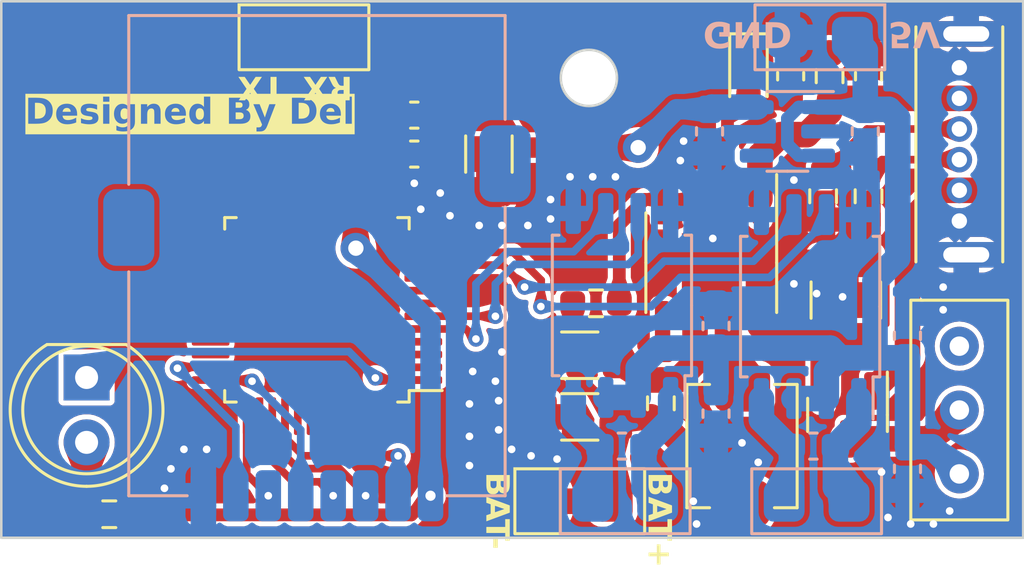
<source format=kicad_pcb>
(kicad_pcb (version 20221018) (generator pcbnew)
  (layers (0 "F.Cu" signal) (31 "B.Cu" signal) (34 "B.Paste" user) (35 "F.Paste" user) (36 "B.SilkS" user "B.Silkscreen") (37 "F.SilkS" user "F.Silkscreen") (38 "B.Mask" user) (39 "F.Mask" user) (44 "Edge.Cuts" user))
  (net 0 "")
  (net 1 "GND")
  (net 2 "+BATT")
  (net 3 "+5V")
  (net 4 "Net-(C2-Pad2)")
  (net 5 "+5VD")
  (net 6 "Net-(M1-+)")
  (net 7 "Net-(M1--)")
  (net 8 "VBUS")
  (net 9 "Net-(M2-+)")
  (net 10 "Net-(M2--)")
  (net 11 "Net-(U5-UCap)")
  (net 12 "+3.3V")
  (net 13 "Net-(U3-BAT)")
  (net 14 "Net-(SW3-B)")
  (net 15 "/LED")
  (net 16 "Net-(D2-A)")
  (net 17 "Net-(D3-A)")
  (net 18 "/TX")
  (net 19 "/RX")
  (net 20 "Net-(U3-SW)")
  (net 21 "Net-(USB1-CC1)")
  (net 22 "Net-(USB1-CC2)")
  (net 23 "Net-(U3-LED2)")
  (net 26 "/PWM1P")
  (net 27 "/PWM1N")
  (net 29 "/PWM4P")
  (net 30 "/PWM4N")
  (net 54 "/RF24_IRQ")
  (net 55 "/RF24_MOSI")
  (net 56 "/RF24_MISO")
  (net 57 "/RF24_SCK")
  (net 58 "/RF24_CSN")
  (net 59 "/RF24_CE")
  (footprint "ADel:TYPE-C_6P_Vertical" (layer "F.Cu") (at 79.5 101.6 -90)
    (fp_text reference "USB1" hide)
    (fp_text value "TYPE-C" hide)
    (pad "A5" thru_hole circle (at -0.6 0 270) (size 1 1) (drill 0.6) (layers "*.Cu" "*.Mask") (net 21 "Net-(USB1-CC1)"))
    (pad "A9" thru_hole circle (at 1.8 0 270) (size 1 1) (drill 0.6) (layers "*.Cu" "*.Mask") (net 8 "VBUS"))
    (pad "A12" thru_hole circle (at 3 0 270) (size 1 1) (drill 0.6) (layers "*.Cu" "*.Mask") (net 1 "GND"))
    (pad "B5" thru_hole circle (at 0.6 0 270) (size 1 1) (drill 0.6) (layers "*.Cu" "*.Mask") (net 22 "Net-(USB1-CC2)"))
    (pad "B9" thru_hole circle (at -1.8 0 270) (size 1 1) (drill 0.6) (layers "*.Cu" "*.Mask") (net 8 "VBUS"))
    (pad "B12" thru_hole circle (at -3 0 270) (size 1 1) (drill 0.6) (layers "*.Cu" "*.Mask") (net 1 "GND"))
    (pad "MP" thru_hole oval (at -4.3225 -0.27 270) (size 1 2.2) (drill oval 0.6 1.8) (layers "*.Cu" "*.Mask") (net 1 "GND"))
    (pad "MP" thru_hole oval (at 4.3225 -0.27 270) (size 1 2.2) (drill oval 0.6 1.8) (layers "*.Cu" "*.Mask") (net 1 "GND"))
  )
  (footprint "Capacitor_SMD:C_1206_3216Metric" (layer "F.Cu") (at 64.643 112.268 180)
    (fp_text reference "C11" hide)
    (fp_text value "22uF" hide)
    (pad "1" smd roundrect (at -1.475 0 180) (size 1.15 1.8) (layers "F.Cu" "F.Paste" "F.Mask") (roundrect_rratio 0.2173913043) (net 2 "+BATT"))
    (pad "2" smd roundrect (at 1.475 0 180) (size 1.15 1.8) (layers "F.Cu" "F.Paste" "F.Mask") (roundrect_rratio 0.2173913043) (net 1 "GND"))
  )
  (footprint "ADel:SWITCH_TOGGLE_2.5mm_3P" (layer "F.Cu") (at 79.5 112 90)
    (fp_text reference "SW3" hide)
    (fp_text value "SW_SPDT" hide)
    (pad "1" thru_hole circle (at -2.5 0 90) (size 1.524 1.524) (drill 0.762) (layers "*.Cu" "*.Mask") (net 5 "+5VD"))
    (pad "2" thru_hole circle (at 0 0 90) (size 1.524 1.524) (drill 0.762) (layers "*.Cu" "*.Mask") (net 14 "Net-(SW3-B)"))
    (pad "3" thru_hole circle (at 2.5 0 90) (size 1.524 1.524) (drill 0.762) (layers "*.Cu" "*.Mask"))
  )
  (footprint "Resistor_SMD:R_0603_1608Metric_Pad0.98x0.95mm_HandSolder" (layer "F.Cu") (at 74.168 103.632 -90)
    (fp_text reference "R2" hide)
    (fp_text value "5K1" hide)
    (pad "1" smd roundrect (at -0.9125 0 270) (size 0.975 0.95) (layers "F.Cu" "F.Paste" "F.Mask") (net 21 "Net-(USB1-CC1)"))
    (pad "2" smd roundrect (at 0.9125 0 270) (size 0.975 0.95) (layers "F.Cu" "F.Paste" "F.Mask") (net 1 "GND"))
  )
  (footprint "Capacitor_SMD:C_0603_1608Metric_Pad1.08x0.95mm_HandSolder" (layer "F.Cu") (at 75.946 98.933 -90)
    (fp_text reference "C7" hide)
    (fp_text value "10uF" hide)
    (pad "1" smd roundrect (at -0.8625 0 270) (size 1.075 0.95) (layers "F.Cu" "F.Paste" "F.Mask") (net 1 "GND"))
    (pad "2" smd roundrect (at 0.8625 0 270) (size 1.075 0.95) (layers "F.Cu" "F.Paste" "F.Mask") (net 8 "VBUS"))
  )
  (footprint "Capacitor_SMD:C_1206_3216Metric" (layer "F.Cu") (at 61.087 101.981 -90)
    (fp_text reference "C13" hide)
    (fp_text value "22uF" hide)
    (pad "1" smd roundrect (at -1.475 0 270) (size 1.15 1.8) (layers "F.Cu" "F.Paste" "F.Mask") (roundrect_rratio 0.2173913043) (net 12 "+3.3V"))
    (pad "2" smd roundrect (at 1.475 0 270) (size 1.15 1.8) (layers "F.Cu" "F.Paste" "F.Mask") (roundrect_rratio 0.2173913043) (net 1 "GND"))
  )
  (footprint "Resistor_SMD:R_0603_1608Metric_Pad0.98x0.95mm_HandSolder" (layer "F.Cu") (at 67.818 111.7365 90)
    (fp_text reference "R12" hide)
    (fp_text value "0.5R" hide)
    (pad "1" smd roundrect (at -0.9125 0 90) (size 0.975 0.95) (layers "F.Cu" "F.Paste" "F.Mask") (net 2 "+BATT"))
    (pad "2" smd roundrect (at 0.9125 0 90) (size 0.975 0.95) (layers "F.Cu" "F.Paste" "F.Mask") (net 13 "Net-(U3-BAT)"))
  )
  (footprint "Resistor_SMD:R_0603_1608Metric_Pad0.98x0.95mm_HandSolder" (layer "F.Cu") (at 65.278 107.823 180)
    (fp_text reference "R13" hide)
    (fp_text value "1K" hide)
    (pad "1" smd roundrect (at -0.9125 0 180) (size 0.975 0.95) (layers "F.Cu" "F.Paste" "F.Mask") (net 23 "Net-(U3-LED2)"))
    (pad "2" smd roundrect (at 0.9125 0 180) (size 0.975 0.95) (layers "F.Cu" "F.Paste" "F.Mask") (net 2 "+BATT"))
  )
  (footprint "ADel:IND0420" (layer "F.Cu") (at 70.993 113.411 -90)
    (fp_text reference "L1" hide)
    (fp_text value "1uH" hide)
    (pad "1" smd roundrect (at -2.25 0 270) (size 1.8 2.2) (layers "F.Cu" "F.Paste" "F.Mask") (net 20 "Net-(U3-SW)"))
    (pad "2" smd roundrect (at 2.25 0 270) (size 1.8 2.2) (layers "F.Cu" "F.Paste" "F.Mask") (net 2 "+BATT"))
  )
  (footprint "Resistor_SMD:R_0603_1608Metric_Pad0.98x0.95mm_HandSolder" (layer "F.Cu") (at 46.228 116.078)
    (fp_text reference "R1" hide)
    (fp_text value "2.2K" hide)
    (pad "1" smd roundrect (at -0.9125 0) (size 0.975 0.95) (layers "F.Cu" "F.Paste" "F.Mask") (net 16 "Net-(D2-A)"))
    (pad "2" smd roundrect (at 0.9125 0) (size 0.975 0.95) (layers "F.Cu" "F.Paste" "F.Mask") (net 12 "+3.3V"))
  )
  (footprint "LED_SMD:LED_0603_1608Metric_Pad1.05x0.95mm_HandSolder" (layer "F.Cu") (at 71.247 98.933 -90)
    (fp_text reference "D3" hide)
    (fp_text value "25%" hide)
    (pad "1" smd roundrect (at -0.875 0 270) (size 1.05 0.95) (layers "F.Cu" "F.Paste" "F.Mask") (net 1 "GND"))
    (pad "2" smd roundrect (at 0.875 0 270) (size 1.05 0.95) (layers "F.Cu" "F.Paste" "F.Mask") (net 17 "Net-(D3-A)"))
  )
  (footprint "ADel:PAD_2P_P2.54mm" (layer "F.Cu") (at 63.373 115.57)
    (fp_text reference "BT2" hide)
    (fp_text value "Battery_Cell" hide)
    (pad "1" smd roundrect (at 0 0) (size 1.6 1.6) (layers "F.Cu" "F.Paste" "F.Mask") (net 1 "GND"))
    (pad "2" smd roundrect (at 2.54 0) (size 1.6 1.6) (layers "F.Cu" "F.Paste" "F.Mask") (net 2 "+BATT"))
  )
  (footprint "Package_SO:HSOP-8-1EP_3.9x4.9mm_P1.27mm_EP2.3x2.3mm" (layer "F.Cu") (at 69.79 106.232 -90)
    (fp_text reference "U3" hide)
    (fp_text value "IP5306" hide)
    (pad "1" smd roundrect (at -2.475 -1.905 270) (size 1.95 0.6) (layers "F.Cu" "F.Paste" "F.Mask") (net 8 "VBUS"))
    (pad "2" smd roundrect (at -2.475 -0.635 270) (size 1.95 0.6) (layers "F.Cu" "F.Paste" "F.Mask") (net 17 "Net-(D3-A)"))
    (pad "3" smd roundrect (at -2.475 0.635 270) (size 1.95 0.6) (layers "F.Cu" "F.Paste" "F.Mask") (net 23 "Net-(U3-LED2)"))
    (pad "4" smd roundrect (at -2.475 1.905 270) (size 1.95 0.6) (layers "F.Cu" "F.Paste" "F.Mask") (net 23 "Net-(U3-LED2)"))
    (pad "5" smd roundrect (at 2.475 1.905 270) (size 1.95 0.6) (layers "F.Cu" "F.Paste" "F.Mask"))
    (pad "6" smd roundrect (at 2.475 0.635 270) (size 1.95 0.6) (layers "F.Cu" "F.Paste" "F.Mask") (net 13 "Net-(U3-BAT)"))
    (pad "7" smd roundrect (at 2.475 -0.635 270) (size 1.95 0.6) (layers "F.Cu" "F.Paste" "F.Mask") (net 20 "Net-(U3-SW)"))
    (pad "8" smd roundrect (at 2.475 -1.905 270) (size 1.95 0.6) (layers "F.Cu" "F.Paste" "F.Mask") (net 3 "+5V"))
    (pad "9" smd rect (at 0 0 270) (size 2.3 2.3) (layers "F.Cu" "F.Mask") (net 1 "GND"))
  )
  (footprint "Resistor_SMD:R_0603_1608Metric_Pad0.98x0.95mm_HandSolder" (layer "F.Cu") (at 75.946 103.632 -90)
    (fp_text reference "R3" hide)
    (fp_text value "5K1" hide)
    (pad "1" smd roundrect (at -0.9125 0 270) (size 0.975 0.95) (layers "F.Cu" "F.Paste" "F.Mask") (net 22 "Net-(USB1-CC2)"))
    (pad "2" smd roundrect (at 0.9125 0 270) (size 0.975 0.95) (layers "F.Cu" "F.Paste" "F.Mask") (net 1 "GND"))
  )
  (footprint "ADel:PAD_2P_P2.54mm" (layer "F.Cu") (at 52.578 97.409)
    (fp_text reference "J2" hide)
    (fp_text value "Conn_01x02_Pin" hide)
    (pad "1" smd roundrect (at 0 0) (size 1.6 1.6) (layers "F.Cu" "F.Paste" "F.Mask") (net 18 "/TX"))
    (pad "2" smd roundrect (at 2.54 0) (size 1.6 1.6) (layers "F.Cu" "F.Paste" "F.Mask") (net 19 "/RX"))
  )
  (footprint "Capacitor_SMD:C_0603_1608Metric_Pad1.08x0.95mm_HandSolder" (layer "F.Cu") (at 58.166 100.457)
    (fp_text reference "C14" hide)
    (fp_text value "100nF" hide)
    (pad "1" smd roundrect (at -0.8625 0) (size 1.075 0.95) (layers "F.Cu" "F.Paste" "F.Mask") (net 12 "+3.3V"))
    (pad "2" smd roundrect (at 0.8625 0) (size 1.075 0.95) (layers "F.Cu" "F.Paste" "F.Mask") (net 1 "GND"))
  )
  (footprint "Package_TO_SOT_SMD:SOT-23" (layer "F.Cu") (at 75.123 112.1895 -90)
    (fp_text reference "D1" hide)
    (fp_text value "BAT54C" hide)
    (pad "1" smd roundrect (at -0.9375 -0.95 270) (size 1.475 0.6) (layers "F.Cu" "F.Paste" "F.Mask") (net 8 "VBUS"))
    (pad "2" smd roundrect (at -0.9375 0.95 270) (size 1.475 0.6) (layers "F.Cu" "F.Paste" "F.Mask") (net 3 "+5V"))
    (pad "3" smd roundrect (at 0.9375 0 270) (size 1.475 0.6) (layers "F.Cu" "F.Paste" "F.Mask") (net 14 "Net-(SW3-B)"))
  )
  (footprint "Package_QFP:LQFP-48_7x7mm_P0.5mm" (layer "F.Cu") (at 54.356 108.077 180)
    (fp_text reference "U5" hide)
    (fp_text value "STC32G12K128" hide)
    (pad "1" smd roundrect (at -4.1625 -2.75 180) (size 1.475 0.3) (layers "F.Cu" "F.Paste" "F.Mask") (net 15 "/LED"))
    (pad "2" smd roundrect (at -4.1625 -2.25 180) (size 1.475 0.3) (layers "F.Cu" "F.Paste" "F.Mask"))
    (pad "3" smd roundrect (at -4.1625 -1.75 180) (size 1.475 0.3) (layers "F.Cu" "F.Paste" "F.Mask"))
    (pad "4" smd roundrect (at -4.1625 -1.25 180) (size 1.475 0.3) (layers "F.Cu" "F.Paste" "F.Mask"))
    (pad "5" smd roundrect (at -4.1625 -0.75 180) (size 1.475 0.3) (layers "F.Cu" "F.Paste" "F.Mask") (net 26 "/PWM1P"))
    (pad "6" smd roundrect (at -4.1625 -0.25 180) (size 1.475 0.3) (layers "F.Cu" "F.Paste" "F.Mask") (net 27 "/PWM1N"))
    (pad "7" smd roundrect (at -4.1625 0.25 180) (size 1.475 0.3) (layers "F.Cu" "F.Paste" "F.Mask"))
    (pad "8" smd roundrect (at -4.1625 0.75 180) (size 1.475 0.3) (layers "F.Cu" "F.Paste" "F.Mask"))
    (pad "9" smd roundrect (at -4.1625 1.25 180) (size 1.475 0.3) (layers "F.Cu" "F.Paste" "F.Mask"))
    (pad "10" smd roundrect (at -4.1625 1.75 180) (size 1.475 0.3) (layers "F.Cu" "F.Paste" "F.Mask") (net 29 "/PWM4P"))
    (pad "11" smd roundrect (at -4.1625 2.25 180) (size 1.475 0.3) (layers "F.Cu" "F.Paste" "F.Mask") (net 30 "/PWM4N"))
    (pad "12" smd roundrect (at -4.1625 2.75 180) (size 1.475 0.3) (layers "F.Cu" "F.Paste" "F.Mask"))
    (pad "13" smd roundrect (at -2.75 4.1625 180) (size 0.3 1.475) (layers "F.Cu" "F.Paste" "F.Mask") (net 11 "Net-(U5-UCap)"))
    (pad "14" smd roundrect (at -2.25 4.1625 180) (size 0.3 1.475) (layers "F.Cu" "F.Paste" "F.Mask"))
    (pad "15" smd roundrect (at -1.75 4.1625 180) (size 0.3 1.475) (layers "F.Cu" "F.Paste" "F.Mask") (net 12 "+3.3V"))
    (pad "16" smd roundrect (at -1.25 4.1625 180) (size 0.3 1.475) (layers "F.Cu" "F.Paste" "F.Mask") (net 12 "+3.3V"))
    (pad "17" smd roundrect (at -0.75 4.1625 180) (size 0.3 1.475) (layers "F.Cu" "F.Paste" "F.Mask") (net 1 "GND"))
    (pad "18" smd roundrect (at -0.25 4.1625 180) (size 0.3 1.475) (layers "F.Cu" "F.Paste" "F.Mask"))
    (pad "19" smd roundrect (at 0.25 4.1625 180) (size 0.3 1.475) (layers "F.Cu" "F.Paste" "F.Mask") (net 19 "/RX"))
    (pad "20" smd roundrect (at 0.75 4.1625 180) (size 0.3 1.475) (layers "F.Cu" "F.Paste" "F.Mask") (net 18 "/TX"))
    (pad "21" smd roundrect (at 1.25 4.1625 180) (size 0.3 1.475) (layers "F.Cu" "F.Paste" "F.Mask"))
    (pad "22" smd roundrect (at 1.75 4.1625 180) (size 0.3 1.475) (layers "F.Cu" "F.Paste" "F.Mask"))
    (pad "23" smd roundrect (at 2.25 4.1625 180) (size 0.3 1.475) (layers "F.Cu" "F.Paste" "F.Mask"))
    (pad "24" smd roundrect (at 2.75 4.1625 180) (size 0.3 1.475) (layers "F.Cu" "F.Paste" "F.Mask"))
    (pad "25" smd roundrect (at 4.1625 2.75 180) (size 1.475 0.3) (layers "F.Cu" "F.Paste" "F.Mask"))
    (pad "26" smd roundrect (at 4.1625 2.25 180) (size 1.475 0.3) (layers "F.Cu" "F.Paste" "F.Mask"))
    (pad "27" smd roundrect (at 4.1625 1.75 180) (size 1.475 0.3) (layers "F.Cu" "F.Paste" "F.Mask"))
    (pad "28" smd roundrect (at 4.1625 1.25 180) (size 1.475 0.3) (layers "F.Cu" "F.Paste" "F.Mask"))
    (pad "29" smd roundrect (at 4.1625 0.75 180) (size 1.475 0.3) (layers "F.Cu" "F.Paste" "F.Mask"))
    (pad "30" smd roundrect (at 4.1625 0.25 180) (size 1.475 0.3) (layers "F.Cu" "F.Paste" "F.Mask"))
    (pad "31" smd roundrect (at 4.1625 -0.25 180) (size 1.475 0.3) (layers "F.Cu" "F.Paste" "F.Mask"))
    (pad "32" smd roundrect (at 4.1625 -0.75 180) (size 1.475 0.3) (layers "F.Cu" "F.Paste" "F.Mask"))
    (pad "33" smd roundrect (at 4.1625 -1.25 180) (size 1.475 0.3) (layers "F.Cu" "F.Paste" "F.Mask"))
    (pad "34" smd roundrect (at 4.1625 -1.75 180) (size 1.475 0.3) (layers "F.Cu" "F.Paste" "F.Mask"))
    (pad "35" smd roundrect (at 4.1625 -2.25 180) (size 1.475 0.3) (layers "F.Cu" "F.Paste" "F.Mask") (net 54 "/RF24_IRQ"))
    (pad "36" smd roundrect (at 4.1625 -2.75 180) (size 1.475 0.3) (layers "F.Cu" "F.Paste" "F.Mask") (net 55 "/RF24_MOSI"))
    (pad "37" smd roundrect (at 2.75 -4.1625 180) (size 0.3 1.475) (layers "F.Cu" "F.Paste" "F.Mask") (net 56 "/RF24_MISO"))
    (pad "38" smd roundrect (at 2.25 -4.1625 180) (size 0.3 1.475) (layers "F.Cu" "F.Paste" "F.Mask") (net 57 "/RF24_SCK"))
    (pad "39" smd roundrect (at 1.75 -4.1625 180) (size 0.3 1.475) (layers "F.Cu" "F.Paste" "F.Mask") (net 58 "/RF24_CSN"))
    (pad "40" smd roundrect (at 1.25 -4.1625 180) (size 0.3 1.475) (layers "F.Cu" "F.Paste" "F.Mask") (net 59 "/RF24_CE"))
    (pad "41" smd roundrect (at 0.75 -4.1625 180) (size 0.3 1.475) (layers "F.Cu" "F.Paste" "F.Mask"))
    (pad "42" smd roundrect (at 0.25 -4.1625 180) (size 0.3 1.475) (layers "F.Cu" "F.Paste" "F.Mask"))
    (pad "43" smd roundrect (at -0.25 -4.1625 180) (size 0.3 1.475) (layers "F.Cu" "F.Paste" "F.Mask"))
    (pad "44" smd roundrect (at -0.75 -4.1625 180) (size 0.3 1.475) (layers "F.Cu" "F.Paste" "F.Mask"))
    (pad "45" smd roundrect (at -1.25 -4.1625 180) (size 0.3 1.475) (layers "F.Cu" "F.Paste" "F.Mask"))
    (pad "46" smd roundrect (at -1.75 -4.1625 180) (size 0.3 1.475) (layers "F.Cu" "F.Paste" "F.Mask"))
    (pad "47" smd roundrect (at -2.25 -4.1625 180) (size 0.3 1.475) (layers "F.Cu" "F.Paste" "F.Mask"))
    (pad "48" smd roundrect (at -2.75 -4.1625 180) (size 0.3 1.475) (layers "F.Cu" "F.Paste" "F.Mask"))
  )
  (footprint "Resistor_SMD:R_0603_1608Metric_Pad0.98x0.95mm_HandSolder" (layer "F.Cu") (at 74.422 98.933 -90)
    (fp_text reference "R11" hide)
    (fp_text value "2R" hide)
    (pad "1" smd roundrect (at -0.9125 0 270) (size 0.975 0.95) (layers "F.Cu" "F.Paste" "F.Mask") (net 4 "Net-(C2-Pad2)"))
    (pad "2" smd roundrect (at 0.9125 0 270) (size 0.975 0.95) (layers "F.Cu" "F.Paste" "F.Mask") (net 8 "VBUS"))
  )
  (footprint "Capacitor_SMD:C_0603_1608Metric_Pad1.08x0.95mm_HandSolder" (layer "F.Cu") (at 58.166 101.981)
    (fp_text reference "C12" hide)
    (fp_text value "100nF" hide)
    (pad "1" smd roundrect (at -0.8625 0) (size 1.075 0.95) (layers "F.Cu" "F.Paste" "F.Mask") (net 11 "Net-(U5-UCap)"))
    (pad "2" smd roundrect (at 0.8625 0) (size 1.075 0.95) (layers "F.Cu" "F.Paste" "F.Mask") (net 1 "GND"))
  )
  (footprint "Capacitor_SMD:C_1206_3216Metric" (layer "F.Cu") (at 64.643 109.855 180)
    (fp_text reference "C17" hide)
    (fp_text value "22uF" hide)
    (pad "1" smd roundrect (at -1.475 0 180) (size 1.15 1.8) (layers "F.Cu" "F.Paste" "F.Mask") (roundrect_rratio 0.2173913043) (net 13 "Net-(U3-BAT)"))
    (pad "2" smd roundrect (at 1.475 0 180) (size 1.15 1.8) (layers "F.Cu" "F.Paste" "F.Mask") (roundrect_rratio 0.2173913043) (net 1 "GND"))
  )
  (footprint "LED_THT:LED_D5.0mm" (layer "F.Cu") (at 45.339 110.725 -90)
    (fp_text reference "D2" hide)
    (fp_text value "LED" hide)
    (pad "1" thru_hole rect (at 0 0 270) (size 1.8 1.8) (drill 0.9) (layers "*.Cu" "*.Mask") (net 15 "/LED"))
    (pad "2" thru_hole circle (at 2.54 0 270) (size 1.8 1.8) (drill 0.9) (layers "*.Cu" "*.Mask") (net 16 "Net-(D2-A)"))
  )
  (footprint "Capacitor_SMD:C_0603_1608Metric_Pad1.08x0.95mm_HandSolder" (layer "F.Cu") (at 72.898 98.933 90)
    (fp_text reference "C2" hide)
    (fp_text value "10uF" hide)
    (pad "1" smd roundrect (at -0.8625 0 90) (size 1.075 0.95) (layers "F.Cu" "F.Paste" "F.Mask") (net 1 "GND"))
    (pad "2" smd roundrect (at 0.8625 0 90) (size 1.075 0.95) (layers "F.Cu" "F.Paste" "F.Mask") (net 4 "Net-(C2-Pad2)"))
  )
  (footprint "Capacitor_SMD:C_1210_3225Metric" (layer "F.Cu") (at 75.057 107.696 90)
    (fp_text reference "C1" hide)
    (fp_text value "100uF" hide)
    (pad "1" smd roundrect (at -1.475 0 90) (size 1.15 2.7) (layers "F.Cu" "F.Paste" "F.Mask") (roundrect_rratio 0.2173913043) (net 3 "+5V"))
    (pad "2" smd roundrect (at 1.475 0 90) (size 1.15 2.7) (layers "F.Cu" "F.Paste" "F.Mask") (roundrect_rratio 0.2173913043) (net 1 "GND"))
  )
  (footprint "ADel:PAD_2P_P2.54mm" (layer "B.Cu") (at 67.691 115.57 180)
    (fp_text reference "M1" hide)
    (fp_text value "Motor_DC" hide)
    (pad "1" smd roundrect (at 0 0 180) (size 1.6 1.6) (layers "B.Cu" "B.Paste" "B.Mask") (net 6 "Net-(M1-+)"))
    (pad "2" smd roundrect (at 2.54 0 180) (size 1.6 1.6) (layers "B.Cu" "B.Paste" "B.Mask") (net 7 "Net-(M1--)"))
  )
  (footprint "Package_SO:SOP-8_5.28x5.23mm_P1.27mm" (layer "B.Cu") (at 73.66 107.95 90)
    (fp_text reference "U4" hide)
    (fp_text value "L9110S" hide)
    (pad "1" smd roundrect (at -3.6 1.905 90) (size 1.6 0.6) (layers "B.Cu" "B.Paste" "B.Mask") (net 9 "Net-(M2-+)"))
    (pad "2" smd roundrect (at -3.6 0.635 90) (size 1.6 0.6) (layers "B.Cu" "B.Paste" "B.Mask") (net 5 "+5VD"))
    (pad "3" smd roundrect (at -3.6 -0.635 90) (size 1.6 0.6) (layers "B.Cu" "B.Paste" "B.Mask") (net 5 "+5VD"))
    (pad "4" smd roundrect (at -3.6 -1.905 90) (size 1.6 0.6) (layers "B.Cu" "B.Paste" "B.Mask") (net 10 "Net-(M2--)"))
    (pad "5" smd roundrect (at 3.6 -1.905 90) (size 1.6 0.6) (layers "B.Cu" "B.Paste" "B.Mask") (net 1 "GND"))
    (pad "6" smd roundrect (at 3.6 -0.635 90) (size 1.6 0.6) (layers "B.Cu" "B.Paste" "B.Mask") (net 29 "/PWM4P"))
    (pad "7" smd roundrect (at 3.6 0.635 90) (size 1.6 0.6) (layers "B.Cu" "B.Paste" "B.Mask") (net 30 "/PWM4N"))
    (pad "8" smd roundrect (at 3.6 1.905 90) (size 1.6 0.6) (layers "B.Cu" "B.Paste" "B.Mask") (net 1 "GND"))
  )
  (footprint "ADel:RF24_SMD" (layer "B.Cu") (at 54.356 115.354 180)
    (fp_text reference "U7" hide)
    (fp_text value "RF24_SMD" hide)
    (pad "1" smd roundrect (at -4.445 0 180) (size 1 2) (layers "B.Cu" "B.Paste" "B.Mask") (net 12 "+3.3V"))
    (pad "2" smd roundrect (at -3.175 0 180) (size 1 2) (layers "B.Cu" "B.Paste" "B.Mask") (net 59 "/RF24_CE"))
    (pad "3" smd roundrect (at -1.905 0 180) (size 1 2) (layers "B.Cu" "B.Paste" "B.Mask") (net 58 "/RF24_CSN"))
    (pad "4" smd roundrect (at -0.635 0 180) (size 1 2) (layers "B.Cu" "B.Paste" "B.Mask") (net 57 "/RF24_SCK"))
    (pad "5" smd roundrect (at 0.635 0 180) (size 1 2) (layers "B.Cu" "B.Paste" "B.Mask") (net 55 "/RF24_MOSI"))
    (pad "6" smd roundrect (at 1.905 0 180) (size 1 2) (layers "B.Cu" "B.Paste" "B.Mask") (net 56 "/RF24_MISO"))
    (pad "7" smd roundrect (at 3.175 0 180) (size 1 2) (layers "B.Cu" "B.Paste" "B.Mask") (net 54 "/RF24_IRQ"))
    (pad "8" smd roundrect (at 4.445 0 180) (size 1 2) (layers "B.Cu" "B.Paste" "B.Mask") (net 1 "GND"))
    (pad "MP" smd roundrect (at -7.366 13 180) (size 2 3) (layers "B.Cu" "B.Paste" "B.Mask"))
    (pad "MP" smd roundrect (at 7.366 10.5 180) (size 2 3) (layers "B.Cu" "B.Paste" "B.Mask"))
  )
  (footprint "Capacitor_SMD:C_0603_1608Metric_Pad1.08x0.95mm_HandSolder" (layer "B.Cu") (at 73.787 113.411 180)
    (fp_text reference "C10" hide)
    (fp_text value "100nF" hide)
    (pad "1" smd roundrect (at -0.8625 0 180) (size 1.075 0.95) (layers "B.Cu" "B.Paste" "B.Mask") (net 9 "Net-(M2-+)"))
    (pad "2" smd roundrect (at 0.8625 0 180) (size 1.075 0.95) (layers "B.Cu" "B.Paste" "B.Mask") (net 10 "Net-(M2--)"))
  )
  (footprint "Capacitor_SMD:C_0603_1608Metric_Pad1.08x0.95mm_HandSolder" (layer "B.Cu") (at 69.723 101.092 -90)
    (fp_text reference "C19" hide)
    (fp_text value "10uF" hide)
    (pad "1" smd roundrect (at -0.8625 0 270) (size 1.075 0.95) (layers "B.Cu" "B.Paste" "B.Mask") (net 12 "+3.3V"))
    (pad "2" smd roundrect (at 0.8625 0 270) (size 1.075 0.95) (layers "B.Cu" "B.Paste" "B.Mask") (net 1 "GND"))
  )
  (footprint "ADel:PAD_2P_P2.54mm" (layer "B.Cu") (at 75.311 97.409 180)
    (fp_text reference "J1" hide)
    (fp_text value "Conn_01x02_Pin" hide)
    (pad "1" smd roundrect (at 0 0 180) (size 1.6 1.6) (layers "B.Cu" "B.Paste" "B.Mask") (net 5 "+5VD"))
    (pad "2" smd roundrect (at 2.54 0 180) (size 1.6 1.6) (layers "B.Cu" "B.Paste" "B.Mask") (net 1 "GND"))
  )
  (footprint "Capacitor_SMD:C_0603_1608Metric_Pad1.08x0.95mm_HandSolder" (layer "B.Cu") (at 69.977 112.141 -90)
    (fp_text reference "C5" hide)
    (fp_text value "100nF" hide)
    (pad "1" smd roundrect (at -0.8625 0 270) (size 1.075 0.95) (layers "B.Cu" "B.Paste" "B.Mask") (net 5 "+5VD"))
    (pad "2" smd roundrect (at 0.8625 0 270) (size 1.075 0.95) (layers "B.Cu" "B.Paste" "B.Mask") (net 1 "GND"))
  )
  (footprint "Capacitor_SMD:C_0603_1608Metric_Pad1.08x0.95mm_HandSolder" (layer "B.Cu") (at 75.819 101.092 -90)
    (fp_text reference "C3" hide)
    (fp_text value "10uF" hide)
    (pad "1" smd roundrect (at -0.8625 0 270) (size 1.075 0.95) (layers "B.Cu" "B.Paste" "B.Mask") (net 5 "+5VD"))
    (pad "2" smd roundrect (at 0.8625 0 270) (size 1.075 0.95) (layers "B.Cu" "B.Paste" "B.Mask") (net 1 "GND"))
  )
  (footprint "Capacitor_SMD:C_0603_1608Metric_Pad1.08x0.95mm_HandSolder" (layer "B.Cu") (at 66.294 113.411 180)
    (fp_text reference "C6" hide)
    (fp_text value "100nF" hide)
    (pad "1" smd roundrect (at -0.8625 0 180) (size 1.075 0.95) (layers "B.Cu" "B.Paste" "B.Mask") (net 6 "Net-(M1-+)"))
    (pad "2" smd roundrect (at 0.8625 0 180) (size 1.075 0.95) (layers "B.Cu" "B.Paste" "B.Mask") (net 7 "Net-(M1--)"))
  )
  (footprint "Capacitor_SMD:C_0603_1608Metric_Pad1.08x0.95mm_HandSolder" (layer "B.Cu") (at 69.977 108.712 90)
    (fp_text reference "C4" hide)
    (fp_text value "10uF" hide)
    (pad "1" smd roundrect (at -0.8625 0 90) (size 1.075 0.95) (layers "B.Cu" "B.Paste" "B.Mask") (net 5 "+5VD"))
    (pad "2" smd roundrect (at 0.8625 0 90) (size 1.075 0.95) (layers "B.Cu" "B.Paste" "B.Mask") (net 1 "GND"))
  )
  (footprint "Package_SO:SOP-8_5.28x5.23mm_P1.27mm" (layer "B.Cu") (at 66.294 107.906 90)
    (fp_text reference "U2" hide)
    (fp_text value "L9110S" hide)
    (pad "1" smd roundrect (at -3.6 1.905 90) (size 1.6 0.6) (layers "B.Cu" "B.Paste" "B.Mask") (net 6 "Net-(M1-+)"))
    (pad "2" smd roundrect (at -3.6 0.635 90) (size 1.6 0.6) (layers "B.Cu" "B.Paste" "B.Mask") (net 5 "+5VD"))
    (pad "3" smd roundrect (at -3.6 -0.635 90) (size 1.6 0.6) (layers "B.Cu" "B.Paste" "B.Mask") (net 5 "+5VD"))
    (pad "4" smd roundrect (at -3.6 -1.905 90) (size 1.6 0.6) (layers "B.Cu" "B.Paste" "B.Mask") (net 7 "Net-(M1--)"))
    (pad "5" smd roundrect (at 3.6 -1.905 90) (size 1.6 0.6) (layers "B.Cu" "B.Paste" "B.Mask") (net 1 "GND"))
    (pad "6" smd roundrect (at 3.6 -0.635 90) (size 1.6 0.6) (layers "B.Cu" "B.Paste" "B.Mask") (net 26 "/PWM1P"))
    (pad "7" smd roundrect (at 3.6 0.635 90) (size 1.6 0.6) (layers "B.Cu" "B.Paste" "B.Mask") (net 27 "/PWM1N"))
    (pad "8" smd roundrect (at 3.6 1.905 90) (size 1.6 0.6) (layers "B.Cu" "B.Paste" "B.Mask") (net 1 "GND"))
  )
  (footprint "Capacitor_SMD:C_0603_1608Metric_Pad1.08x0.95mm_HandSolder" (layer "B.Cu") (at 77.47 114.3 -90)
    (fp_text reference "C8" hide)
    (fp_text value "10uF" hide)
    (pad "1" smd roundrect (at -0.8625 0 270) (size 1.075 0.95) (layers "B.Cu" "B.Paste" "B.Mask") (net 5 "+5VD"))
    (pad "2" smd roundrect (at 0.8625 0 270) (size 1.075 0.95) (layers "B.Cu" "B.Paste" "B.Mask") (net 1 "GND"))
  )
  (footprint "Capacitor_SMD:C_0603_1608Metric_Pad1.08x0.95mm_HandSolder" (layer "B.Cu") (at 77.47 109.093 90)
    (fp_text reference "C9" hide)
    (fp_text value "100nF" hide)
    (pad "1" smd roundrect (at -0.8625 0 90) (size 1.075 0.95) (layers "B.Cu" "B.Paste" "B.Mask") (net 5 "+5VD"))
    (pad "2" smd roundrect (at 0.8625 0 90) (size 1.075 0.95) (layers "B.Cu" "B.Paste" "B.Mask") (net 1 "GND"))
  )
  (footprint "Package_TO_SOT_SMD:SOT-23-5" (layer "B.Cu") (at 72.771 101.092 180)
    (fp_text reference "U1" hide)
    (fp_text value "SPX3819M5-L-3-3" hide)
    (pad "1" smd roundrect (at -1.2 0.95 180) (size 1.325 0.55) (layers "B.Cu" "B.Paste" "B.Mask") (net 5 "+5VD"))
    (pad "2" smd roundrect (at -1.2 0 180) (size 1.325 0.55) (layers "B.Cu" "B.Paste" "B.Mask") (net 1 "GND"))
    (pad "3" smd roundrect (at -1.2 -0.95 180) (size 1.325 0.55) (layers "B.Cu" "B.Paste" "B.Mask") (net 5 "+5VD"))
    (pad "4" smd roundrect (at 1.2 -0.95 180) (size 1.325 0.55) (layers "B.Cu" "B.Paste" "B.Mask"))
    (pad "5" smd roundrect (at 1.2 0.95 180) (size 1.325 0.55) (layers "B.Cu" "B.Paste" "B.Mask") (net 12 "+3.3V"))
  )
  (footprint "ADel:PAD_2P_P2.54mm" (layer "B.Cu") (at 75.184 115.57 180)
    (fp_text reference "M2" hide)
    (fp_text value "Motor_DC" hide)
    (pad "1" smd roundrect (at 0 0 180) (size 1.6 1.6) (layers "B.Cu" "B.Paste" "B.Mask") (net 9 "Net-(M2-+)"))
    (pad "2" smd roundrect (at 2.54 0 180) (size 1.6 1.6) (layers "B.Cu" "B.Paste" "B.Mask") (net 10 "Net-(M2--)"))
  )
  (gr_circle (center 65 99) (end 66.1 99) (stroke (width 0.1)) (fill none) (layer "Edge.Cuts"))
  (gr_rect (start 42 96) (end 82 117) (stroke (width 0.1)) (fill none) (layer "Edge.Cuts"))
  (gr_text "5V" (at 76.708 96.647 180) (layer "B.SilkS") (effects (font (size 1 1) (thickness 0.2) bold) (justify left bottom mirror)))
  (gr_text "GND" (at 69.469 96.647 180) (layer "B.SilkS") (effects (font (size 1 1) (thickness 0.2) bold) (justify left bottom mirror)))
  (gr_text "RX" (at 55.753 98.806 180) (layer "F.SilkS") (effects (font (size 0.9 0.9) (thickness 0.18) bold) (justify left bottom)))
  (gr_text "BAT-" (at 60.833 114.427 270) (layer "F.SilkS") (effects (font (size 0.9 0.9) (thickness 0.18) bold) (justify left bottom)))
  (gr_text "BAT+" (at 67.183 114.427 -90) (layer "F.SilkS") (effects (font (size 0.9 0.9) (thickness 0.18) bold) (justify left bottom)))
  (gr_text "Designed By Del" (at 42.926 100.965) (layer "F.SilkS" knockout) (effects (font (size 1 1) (thickness 0.2) bold) (justify left bottom)))
  (gr_text "TX" (at 53.086 98.806 180) (layer "F.SilkS") (effects (font (size 0.9 0.9) (thickness 0.18) bold) (justify left bottom)))
  (segment (start 59.0285 101.981) (end 59.0285 100.457) (width 1) (layer "F.Cu") (net 1))
  (via (at 78.867 107.188) (size 0.6) (drill 0.3) (layers "F.Cu" "B.Cu") (net 1))
  (via (at 60.325 113.03) (size 0.6) (drill 0.3) (layers "F.Cu" "B.Cu") (net 1))
  (via (at 61.976 113.538) (size 0.6) (drill 0.3) (layers "F.Cu" "B.Cu") (net 1))
  (via (at 73.914 107.442) (size 0.6) (drill 0.3) (layers "F.Cu" "B.Cu") (net 1))
  (via (at 64.262 102.87) (size 0.6) (drill 0.3) (layers "F.Cu" "B.Cu") (net 1))
  (via (at 76.454 114.427) (size 0.6) (drill 0.3) (layers "F.Cu" "B.Cu") (net 1))
  (via (at 61.595 104.775) (size 0.6) (drill 0.3) (layers "F.Cu" "B.Cu") (net 1))
  (via (at 69.85 105.283) (size 0.6) (drill 0.3) (layers "F.Cu" "B.Cu") (net 1))
  (via (at 61.468 112.776) (size 0.6) (drill 0.3) (layers "F.Cu" "B.Cu") (net 1))
  (via (at 79.121 115.951) (size 0.6) (drill 0.3) (layers "F.Cu" "B.Cu") (net 1))
  (via (at 60.706 104.775) (size 0.6) (drill 0.3) (layers "F.Cu" "B.Cu") (net 1))
  (via (at 63.754 113.919) (size 0.6) (drill 0.3) (layers "F.Cu" "B.Cu") (net 1))
  (via (at 58.42 104.14) (size 0.6) (drill 0.3) (layers "F.Cu" "B.Cu") (net 1))
  (via (at 60.452 110.49) (size 0.6) (drill 0.3) (layers "F.Cu" "B.Cu") (net 1))
  (via (at 59.182 103.505) (size 0.6) (drill 0.3) (layers "F.Cu" "B.Cu") (net 1))
  (via (at 69.088 115.57) (size 0.6) (drill 0.3) (layers "F.Cu" "B.Cu") (net 1))
  (via (at 58.166 103.124) (size 0.6) (drill 0.3) (layers "F.Cu" "B.Cu") (net 1))
  (via (at 61.341 110.871) (size 0.6) (drill 0.3) (layers "F.Cu" "B.Cu") (net 1))
  (via (at 65.151 102.87) (size 0.6) (drill 0.3) (layers "F.Cu" "B.Cu") (net 1))
  (via (at 60.325 114.173) (size 0.6) (drill 0.3) (layers "F.Cu" "B.Cu") (net 1))
  (via (at 62.738 113.792) (size 0.6) (drill 0.3) (layers "F.Cu" "B.Cu") (net 1))
  (via (at 78.867 108.077) (size 0.6) (drill 0.3) (layers "F.Cu" "B.Cu") (net 1))
  (via (at 48.641 114.3) (size 0.6) (drill 0.3) (layers "F.Cu" "B.Cu") (net 1))
  (via (at 49.149 113.538) (size 0.6) (drill 0.3) (layers "F.Cu" "B.Cu") (net 1))
  (via (at 76.708 116.205) (size 0.6) (drill 0.3) (layers "F.Cu" "B.Cu") (net 1))
  (via (at 68.58 102.235) (size 0.6) (drill 0.3) (layers "F.Cu" "B.Cu") (net 1))
  (via (at 59.563 104.394) (size 0.6) (drill 0.3) (layers "F.Cu" "B.Cu") (net 1))
  (via (at 62.611 104.775) (size 0.6) (drill 0.3) (layers "F.Cu" "B.Cu") (net 1))
  (via (at 68.707 101.473) (size 0.6) (drill 0.3) (layers "F.Cu" "B.Cu") (net 1))
  (via (at 63.5 104.521) (size 0.6) (drill 0.3) (layers "F.Cu" "B.Cu") (net 1))
  (via (at 63.5 103.759) (size 0.6) (drill 0.3) (layers "F.Cu" "B.Cu") (net 1))
  (via (at 66.04 102.87) (size 0.6) (drill 0.3) (layers "F.Cu" "B.Cu") (net 1))
  (via (at 61.468 111.633) (size 0.6) (drill 0.3) (layers "F.Cu" "B.Cu") (net 1))
  (via (at 78.486 116.459) (size 0.6) (drill 0.3) (layers "F.Cu" "B.Cu") (net 1))
  (via (at 73.025 102.997) (size 0.6) (drill 0.3) (layers "F.Cu" "B.Cu") (net 1))
  (via (at 69.215 116.459) (size 0.6) (drill 0.3) (layers "F.Cu" "B.Cu") (net 1))
  (via (at 61.595 109.728) (size 0.6) (drill 0.3) (layers "F.Cu" "B.Cu") (net 1))
  (via (at 73.025 107.061) (size 0.6) (drill 0.3) (layers "F.Cu" "B.Cu") (net 1))
  (via (at 74.93 107.569) (size 0.6) (drill 0.3) (layers "F.Cu" "B.Cu") (net 1))
  (via (at 50.038 113.538) (size 0.6) (drill 0.3) (layers "F.Cu" "B.Cu") (net 1))
  (via (at 71.628 114.046) (size 0.6) (drill 0.3) (layers "F.Cu" "B.Cu") (net 1))
  (via (at 60.325 111.76) (size 0.6) (drill 0.3) (layers "F.Cu" "B.Cu") (net 1))
  (via (at 48.387 115.062) (size 0.6) (drill 0.3) (layers "F.Cu" "B.Cu") (net 1))
  (via (at 70.993 113.284) (size 0.6) (drill 0.3) (layers "F.Cu" "B.Cu") (net 1))
  (via (at 77.597 116.459) (size 0.6) (drill 0.3) (layers "F.Cu" "B.Cu") (net 1))
  (segment (start 64.3655 110.5155) (end 64.3655 107.823) (width 0.5) (layer "F.Cu") (net 2))
  (segment (start 66.118 112.268) (end 64.3655 110.5155) (width 0.5) (layer "F.Cu") (net 2))
  (segment (start 65.913 115.57) (end 65.913 112.473) (width 1) (layer "F.Cu") (net 2))
  (segment (start 66.118 112.268) (end 67.437 112.268) (width 1) (layer "F.Cu") (net 2))
  (segment (start 67.981 112.649) (end 70.993 115.661) (width 1) (layer "F.Cu") (net 2))
  (segment (start 67.818 112.649) (end 67.981 112.649) (width 1) (layer "F.Cu") (net 2))
  (segment (start 65.913 112.473) (end 66.118 112.268) (width 1) (layer "F.Cu") (net 2))
  (segment (start 67.437 112.268) (end 67.818 112.649) (width 1) (layer "F.Cu") (net 2))
  (segment (start 74.593 108.707) (end 75.057 109.171) (width 1) (layer "F.Cu") (net 3))
  (segment (start 71.695 108.707) (end 74.593 108.707) (width 1) (layer "F.Cu") (net 3))
  (segment (start 74.173 111.252) (end 74.173 110.055) (width 1) (layer "F.Cu") (net 3))
  (segment (start 74.173 110.055) (end 75.057 109.171) (width 1) (layer "F.Cu") (net 3))
  (segment (start 72.898 98.0705) (end 74.372 98.0705) (width 1) (layer "F.Cu") (net 4))
  (segment (start 74.372 98.0705) (end 74.422 98.0205) (width 1) (layer "F.Cu") (net 4))
  (segment (start 67.7175 109.5745) (end 74.4485 109.5745) (width 1) (layer "B.Cu") (net 5))
  (segment (start 76.2 106.934) (end 77.089 106.045) (width 1) (layer "B.Cu") (net 5))
  (segment (start 74.8295 109.9555) (end 74.295 110.49) (width 1) (layer "B.Cu") (net 5))
  (segment (start 74.295 110.49) (end 74.295 111.55) (width 1) (layer "B.Cu") (net 5))
  (segment (start 76.7345 100.2295) (end 75.819 100.2295) (width 1) (layer "B.Cu") (net 5))
  (segment (start 78.4375 113.4375) (end 77.47 113.4375) (width 1) (layer "B.Cu") (net 5))
  (segment (start 77.47 113.4375) (end 77.47 109.9555) (width 1) (layer "B.Cu") (net 5))
  (segment (start 77.089 100.584) (end 76.7345 100.2295) (width 1) (layer "B.Cu") (net 5))
  (segment (start 72.771 100.584) (end 72.771 101.6) (width 0.5) (layer "B.Cu") (net 5))
  (segment (start 75.819 97.917) (end 75.311 97.409) (width 1) (layer "B.Cu") (net 5))
  (segment (start 66.929 110.363) (end 67.7175 109.5745) (width 1) (layer "B.Cu") (net 5))
  (segment (start 74.4485 109.5745) (end 74.8295 109.9555) (width 1) (layer "B.Cu") (net 5))
  (segment (start 77.47 109.9555) (end 74.8295 109.9555) (width 1) (layer "B.Cu") (net 5))
  (segment (start 72.771 101.6) (end 73.213 102.042) (width 0.5) (layer "B.Cu") (net 5))
  (segment (start 66.929 111.506) (end 65.659 111.506) (width 1) (layer "B.Cu") (net 5))
  (segment (start 69.977 109.5745) (end 69.977 111.2785) (width 1) (layer "B.Cu") (net 5))
  (segment (start 75.819 100.2295) (end 75.819 97.917) (width 1) (layer "B.Cu") (net 5))
  (segment (start 77.089 106.045) (end 77.089 100.584) (width 1) (layer "B.Cu") (net 5))
  (segment (start 75.7315 100.142) (end 75.819 100.2295) (width 0.6) (layer "B.Cu") (net 5))
  (segment (start 73.971 100.142) (end 75.7315 100.142) (width 0.6) (layer "B.Cu") (net 5))
  (segment (start 76.2 109.9555) (end 76.2 106.934) (width 1) (layer "B.Cu") (net 5))
  (segment (start 66.929 111.506) (end 66.929 110.363) (width 1) (layer "B.Cu") (net 5))
  (segment (start 73.971 100.142) (end 73.213 100.142) (width 0.5) (layer "B.Cu") (net 5))
  (segment (start 73.213 102.042) (end 73.971 102.042) (width 0.5) (layer "B.Cu") (net 5))
  (segment (start 77.47 109.9555) (end 76.2 109.9555) (width 1) (layer "B.Cu") (net 5))
  (segment (start 79.5 114.5) (end 78.4375 113.4375) (width 1) (layer "B.Cu") (net 5))
  (segment (start 74.295 111.55) (end 73.025 111.55) (width 1) (layer "B.Cu") (net 5))
  (segment (start 73.213 100.142) (end 72.771 100.584) (width 0.5) (layer "B.Cu") (net 5))
  (segment (start 68.199 111.506) (end 68.199 112.3685) (width 1) (layer "B.Cu") (net 6))
  (segment (start 68.199 112.3685) (end 67.1565 113.411) (width 1) (layer "B.Cu") (net 6))
  (segment (start 67.1565 113.411) (end 67.1565 115.0355) (width 1) (layer "B.Cu") (net 6))
  (segment (start 67.1565 115.0355) (end 67.691 115.57) (width 1) (layer "B.Cu") (net 6))
  (segment (start 64.389 112.3685) (end 65.4315 113.411) (width 1) (layer "B.Cu") (net 7))
  (segment (start 64.389 111.506) (end 64.389 112.3685) (width 1) (layer "B.Cu") (net 7))
  (segment (start 65.4315 113.411) (end 65.4315 115.2895) (width 1) (layer "B.Cu") (net 7))
  (segment (start 65.4315 115.2895) (end 65.151 115.57) (width 1) (layer "B.Cu") (net 7))
  (segment (start 79.5 99.8) (end 74.4675 99.8) (width 1) (layer "F.Cu") (net 8))
  (segment (start 80.772 100.364894) (end 80.772 102.835106) (width 1) (layer "F.Cu") (net 8))
  (segment (start 74.4675 99.8) (end 74.422 99.8455) (width 1) (layer "F.Cu") (net 8))
  (segment (start 80.207106 99.8) (end 80.772 100.364894) (width 1) (layer "F.Cu") (net 8))
  (segment (start 80.207106 103.4) (end 79.5 103.4) (width 1) (layer "F.Cu") (net 8))
  (segment (start 74.422 100.33) (end 74.422 99.8455) (width 1) (layer "F.Cu") (net 8))
  (segment (start 71.695 103.757) (end 71.695 102.041) (width 1) (layer "F.Cu") (net 8))
  (segment (start 79.5 103.4) (end 78.792894 103.4) (width 1) (layer "F.Cu") (net 8))
  (segment (start 73.533 101.219) (end 74.422 100.33) (width 1) (layer "F.Cu") (net 8))
  (segment (start 78.792894 103.4) (end 77.47 104.722894) (width 1) (layer "F.Cu") (net 8))
  (segment (start 80.772 102.835106) (end 80.207106 103.4) (width 1) (layer "F.Cu") (net 8))
  (segment (start 71.695 102.041) (end 72.517 101.219) (width 1) (layer "F.Cu") (net 8))
  (segment (start 72.517 101.219) (end 73.533 101.219) (width 1) (layer "F.Cu") (net 8))
  (segment (start 79.5 99.8) (end 80.207106 99.8) (width 1) (layer "F.Cu") (net 8))
  (segment (start 77.47 109.855) (end 76.073 111.252) (width 1) (layer "F.Cu") (net 8))
  (segment (start 77.47 104.722894) (end 77.47 109.855) (width 1) (layer "F.Cu") (net 8))
  (segment (start 75.565 112.4955) (end 74.6495 113.411) (width 1) (layer "B.Cu") (net 9))
  (segment (start 74.6495 113.411) (end 74.6495 115.0355) (width 1) (layer "B.Cu") (net 9))
  (segment (start 75.565 111.55) (end 75.565 112.4955) (width 1) (layer "B.Cu") (net 9))
  (segment (start 74.6495 115.0355) (end 75.184 115.57) (width 1) (layer "B.Cu") (net 9))
  (segment (start 72.786175 113.411) (end 72.9245 113.411) (width 1) (layer "B.Cu") (net 10))
  (segment (start 71.755 112.379825) (end 72.786175 113.411) (width 1) (layer "B.Cu") (net 10))
  (segment (start 72.9245 113.411) (end 72.9245 115.2895) (width 1) (layer "B.Cu") (net 10))
  (segment (start 72.9245 115.2895) (end 72.644 115.57) (width 1) (layer "B.Cu") (net 10))
  (segment (start 71.755 111.55) (end 71.755 112.379825) (width 1) (layer "B.Cu") (net 10))
  (segment (start 57.106 102.1785) (end 57.3035 101.981) (width 0.3) (layer "F.Cu") (net 11))
  (segment (start 57.106 103.9145) (end 57.106 102.1785) (width 0.3) (layer "F.Cu") (net 11))
  (segment (start 47.1405 116.078) (end 47.1665 116.104) (width 0.5) (layer "F.Cu") (net 12))
  (segment (start 66.929 101.727) (end 62.308 101.727) (width 0.8) (layer "F.Cu") (net 12))
  (segment (start 57.3035 100.457) (end 56.388 100.457) (width 0.8) (layer "F.Cu") (net 12))
  (segment (start 61.087 99.568) (end 60.328 98.809) (width 0.8) (layer "F.Cu") (net 12))
  (segment (start 57.909 98.809) (end 57.3035 99.4145) (width 0.8) (layer "F.Cu") (net 12))
  (segment (start 56.388 100.457) (end 55.856 100.989) (width 0.8) (layer "F.Cu") (net 12))
  (segment (start 47.1665 116.104) (end 58.051 116.104) (width 0.5) (layer "F.Cu") (net 12))
  (segment (start 62.308 101.727) (end 61.087 100.506) (width 0.8) (layer "F.Cu") (net 12))
  (segment (start 61.087 100.506) (end 61.087 99.568) (width 0.8) (layer "F.Cu") (net 12))
  (segment (start 55.856 103.886) (end 55.856 105.64) (width 0.8) (layer "F.Cu") (net 12))
  (segment (start 55.856 105.64) (end 55.88 105.664) (width 0.8) (layer "F.Cu") (net 12))
  (segment (start 57.3035 99.4145) (end 57.3035 100.457) (width 0.8) (layer "F.Cu") (net 12))
  (segment (start 60.328 98.809) (end 57.909 98.809) (width 0.8) (layer "F.Cu") (net 12))
  (segment (start 58.051 116.104) (end 58.801 115.354) (width 0.5) (layer "F.Cu") (net 12))
  (segment (start 55.856 100.989) (end 55.856 103.886) (width 0.8) (layer "F.Cu") (net 12))
  (via (at 55.88 105.664) (size 1.2) (drill 0.6) (layers "F.Cu" "B.Cu") (net 12))
  (via (at 66.929 101.727) (size 1.2) (drill 0.6) (layers "F.Cu" "B.Cu") (net 12))
  (via (at 58.801 115.354) (size 0.8) (drill 0.4) (layers "F.Cu" "B.Cu") (net 12))
  (segment (start 69.8105 100.142) (end 69.723 100.2295) (width 1) (layer "B.Cu") (net 12))
  (segment (start 71.571 100.142) (end 69.8105 100.142) (width 1) (layer "B.Cu") (net 12))
  (segment (start 55.88 105.664) (end 58.801 108.585) (width 0.8) (layer "B.Cu") (net 12))
  (segment (start 68.4265 100.2295) (end 66.929 101.727) (width 0.8) (layer "B.Cu") (net 12))
  (segment (start 69.723 100.2295) (end 68.4265 100.2295) (width 0.8) (layer "B.Cu") (net 12))
  (segment (start 58.801 108.585) (end 58.801 115.354) (width 0.8) (layer "B.Cu") (net 12))
  (segment (start 69.155 110.154082) (end 69.155 108.707) (width 1) (layer "F.Cu") (net 13))
  (segment (start 67.087 110.824) (end 66.118 109.855) (width 1) (layer "F.Cu") (net 13))
  (segment (start 67.818 110.824) (end 68.485082 110.824) (width 1) (layer "F.Cu") (net 13))
  (segment (start 67.818 110.824) (end 67.087 110.824) (width 1) (layer "F.Cu") (net 13))
  (segment (start 68.485082 110.824) (end 69.155 110.154082) (width 1) (layer "F.Cu") (net 13))
  (segment (start 75.123 113.127) (end 78.373 113.127) (width 1) (layer "F.Cu") (net 14))
  (segment (start 78.373 113.127) (end 79.5 112) (width 1) (layer "F.Cu") (net 14))
  (segment (start 56.725 110.827) (end 56.642 110.744) (width 0.3) (layer "F.Cu") (net 15))
  (segment (start 58.5185 110.827) (end 56.725 110.827) (width 0.3) (layer "F.Cu") (net 15))
  (via (at 56.642 110.744) (size 0.6) (drill 0.3) (layers "F.Cu" "B.Cu") (net 15))
  (segment (start 55.611 109.713) (end 46.351 109.713) (width 0.3) (layer "B.Cu") (net 15))
  (segment (start 56.642 110.744) (end 55.611 109.713) (width 0.3) (layer "B.Cu") (net 15))
  (segment (start 46.351 109.713) (end 45.339 110.725) (width 0.3) (layer "B.Cu") (net 15))
  (segment (start 45.339 113.265) (end 45.339 116.0545) (width 0.5) (layer "F.Cu") (net 16))
  (segment (start 45.339 116.0545) (end 45.3155 116.078) (width 0.5) (layer "F.Cu") (net 16))
  (segment (start 70.425 103.757) (end 70.425 100.63) (width 0.5) (layer "F.Cu") (net 17))
  (segment (start 70.425 100.63) (end 71.247 99.808) (width 0.5) (layer "F.Cu") (net 17))
  (segment (start 53.606 103.9145) (end 53.606 98.437) (width 0.3) (layer "F.Cu") (net 18))
  (segment (start 53.606 98.437) (end 52.578 97.409) (width 0.3) (layer "F.Cu") (net 18))
  (segment (start 54.106 103.9145) (end 54.106 98.421) (width 0.3) (layer "F.Cu") (net 19))
  (segment (start 54.106 98.421) (end 55.118 97.409) (width 0.3) (layer "F.Cu") (net 19))
  (segment (start 70.425 108.707) (end 70.425 110.593) (width 1) (layer "F.Cu") (net 20))
  (segment (start 70.425 110.593) (end 70.993 111.161) (width 1) (layer "F.Cu") (net 20))
  (segment (start 74.168 102.7195) (end 75.8875 101) (width 0.3) (layer "F.Cu") (net 21))
  (segment (start 75.8875 101) (end 79.5 101) (width 0.3) (layer "F.Cu") (net 21))
  (segment (start 75.946 102.7195) (end 76.4655 102.2) (width 0.3) (layer "F.Cu") (net 22))
  (segment (start 76.4655 102.2) (end 79.5 102.2) (width 0.3) (layer "F.Cu") (net 22))
  (segment (start 66.1905 104.7515) (end 67.185 103.757) (width 0.5) (layer "F.Cu") (net 23))
  (segment (start 66.1905 107.823) (end 66.1905 104.7515) (width 0.5) (layer "F.Cu") (net 23))
  (segment (start 67.885 103.757) (end 69.155 103.757) (width 0.5) (layer "F.Cu") (net 23))
  (segment (start 67.185 103.757) (end 67.885 103.757) (width 0.5) (layer "F.Cu") (net 23))
  (segment (start 60.186 108.827) (end 58.5185 108.827) (width 0.3) (layer "F.Cu") (net 26))
  (segment (start 60.579 109.22) (end 60.186 108.827) (width 0.3) (layer "F.Cu") (net 26))
  (via (at 60.579 109.22) (size 0.6) (drill 0.3) (layers "F.Cu" "B.Cu") (net 26))
  (segment (start 61.841 105.799) (end 64.403107 105.799) (width 0.3) (layer "B.Cu") (net 26))
  (segment (start 64.403107 105.799) (end 65.659 104.543107) (width 0.3) (layer "B.Cu") (net 26))
  (segment (start 60.579 107.061) (end 61.841 105.799) (width 0.3) (layer "B.Cu") (net 26))
  (segment (start 60.579 109.22) (end 60.579 107.061) (width 0.3) (layer "B.Cu") (net 26))
  (segment (start 65.659 104.543107) (end 65.659 104.306) (width 0.3) (layer "B.Cu") (net 26))
  (segment (start 61.337 108.327) (end 61.341 108.331) (width 0.3) (layer "F.Cu") (net 27))
  (segment (start 58.5185 108.327) (end 61.337 108.327) (width 0.3) (layer "F.Cu") (net 27))
  (via (at 61.341 108.331) (size 0.6) (drill 0.3) (layers "F.Cu" "B.Cu") (net 27))
  (segment (start 66.548 106.299) (end 62.103 106.299) (width 0.3) (layer "B.Cu") (net 27))
  (segment (start 62.103 106.299) (end 61.341 107.061) (width 0.3) (layer "B.Cu") (net 27))
  (segment (start 61.341 107.061) (end 61.341 108.331) (width 0.3) (layer "B.Cu") (net 27))
  (segment (start 66.929 105.918) (end 66.548 106.299) (width 0.3) (layer "B.Cu") (net 27))
  (segment (start 66.929 104.306) (end 66.929 105.918) (width 0.3) (layer "B.Cu") (net 27))
  (segment (start 61.623 106.327) (end 62.484 107.188) (width 0.3) (layer "F.Cu") (net 29))
  (segment (start 58.5185 106.327) (end 61.623 106.327) (width 0.3) (layer "F.Cu") (net 29))
  (via (at 62.484 107.188) (size 0.6) (drill 0.3) (layers "F.Cu" "B.Cu") (net 29))
  (segment (start 62.484 107.188) (end 66.929 107.188) (width 0.3) (layer "B.Cu") (net 29))
  (segment (start 66.929 107.188) (end 67.945 106.172) (width 0.3) (layer "B.Cu") (net 29))
  (segment (start 67.945 106.172) (end 71.440107 106.172) (width 0.3) (layer "B.Cu") (net 29))
  (segment (start 73.025 104.587107) (end 73.025 104.35) (width 0.3) (layer "B.Cu") (net 29))
  (segment (start 71.440107 106.172) (end 73.025 104.587107) (width 0.3) (layer "B.Cu") (net 29))
  (segment (start 63.134 106.918761) (end 62.042239 105.827) (width 0.3) (layer "F.Cu") (net 30))
  (segment (start 63.119 107.95) (end 63.134 107.935) (width 0.3) (layer "F.Cu") (net 30))
  (segment (start 63.134 107.935) (end 63.134 106.918761) (width 0.3) (layer "F.Cu") (net 30))
  (segment (start 62.042239 105.827) (end 58.5185 105.827) (width 0.3) (layer "F.Cu") (net 30))
  (via (at 63.119 107.95) (size 0.6) (drill 0.3) (layers "F.Cu" "B.Cu") (net 30))
  (segment (start 74.295 104.587107) (end 74.295 104.35) (width 0.3) (layer "B.Cu") (net 30))
  (segment (start 67.437 107.95) (end 68.58 106.807) (width 0.3) (layer "B.Cu") (net 30))
  (segment (start 63.119 107.95) (end 67.437 107.95) (width 0.3) (layer "B.Cu") (net 30))
  (segment (start 68.58 106.807) (end 72.075107 106.807) (width 0.3) (layer "B.Cu") (net 30))
  (segment (start 72.075107 106.807) (end 74.295 104.587107) (width 0.3) (layer "B.Cu") (net 30))
  (segment (start 48.931 110.327) (end 48.895 110.363) (width 0.3) (layer "F.Cu") (net 54))
  (segment (start 50.1935 110.327) (end 48.931 110.327) (width 0.3) (layer "F.Cu") (net 54))
  (via (at 48.895 110.363) (size 0.6) (drill 0.3) (layers "F.Cu" "B.Cu") (net 54))
  (segment (start 51.181 112.649) (end 51.181 115.354) (width 0.3) (layer "B.Cu") (net 54))
  (segment (start 48.895 110.363) (end 51.181 112.649) (width 0.3) (layer "B.Cu") (net 54))
  (segment (start 50.1935 110.827) (end 51.772 110.827) (width 0.3) (layer "F.Cu") (net 55))
  (segment (start 51.772 110.827) (end 51.816 110.871) (width 0.3) (layer "F.Cu") (net 55))
  (via (at 51.816 110.871) (size 0.6) (drill 0.3) (layers "F.Cu" "B.Cu") (net 55))
  (segment (start 51.816 110.871) (end 53.721 112.776) (width 0.3) (layer "B.Cu") (net 55))
  (segment (start 53.721 112.776) (end 53.721 115.354) (width 0.3) (layer "B.Cu") (net 55))
  (segment (start 51.606 114.509) (end 52.451 115.354) (width 0.3) (layer "F.Cu") (net 56))
  (segment (start 51.606 112.2395) (end 51.606 114.509) (width 0.3) (layer "F.Cu") (net 56))
  (via (at 52.451 115.354) (size 0.6) (drill 0.3) (layers "F.Cu" "B.Cu") (net 56))
  (segment (start 54.445 114.808) (end 54.991 115.354) (width 0.3) (layer "F.Cu") (net 57))
  (segment (start 53.421747 114.808) (end 54.445 114.808) (width 0.3) (layer "F.Cu") (net 57))
  (segment (start 52.106 113.492253) (end 53.421747 114.808) (width 0.3) (layer "F.Cu") (net 57))
  (segment (start 52.106 112.2395) (end 52.106 113.492253) (width 0.3) (layer "F.Cu") (net 57))
  (via (at 54.991 115.354) (size 0.6) (drill 0.3) (layers "F.Cu" "B.Cu") (net 57))
  (segment (start 52.606 113.285147) (end 53.612853 114.292) (width 0.3) (layer "F.Cu") (net 58))
  (segment (start 56.261 115.316) (end 56.261 115.354) (width 0.3) (layer "F.Cu") (net 58))
  (segment (start 52.606 112.2395) (end 52.606 113.285147) (width 0.3) (layer "F.Cu") (net 58))
  (segment (start 53.612853 114.292) (end 55.237 114.292) (width 0.3) (layer "F.Cu") (net 58))
  (segment (start 55.237 114.292) (end 56.261 115.316) (width 0.3) (layer "F.Cu") (net 58))
  (via (at 56.261 115.354) (size 0.6) (drill 0.3) (layers "F.Cu" "B.Cu") (net 58))
  (segment (start 53.819959 113.792) (end 57.531 113.792) (width 0.3) (layer "F.Cu") (net 59))
  (segment (start 53.106 113.078041) (end 53.819959 113.792) (width 0.3) (layer "F.Cu") (net 59))
  (segment (start 53.106 112.2395) (end 53.106 113.078041) (width 0.3) (layer "F.Cu") (net 59))
  (via (at 57.531 113.792) (size 0.6) (drill 0.3) (layers "F.Cu" "B.Cu") (net 59))
  (segment (start 57.531 113.792) (end 57.531 115.354) (width 0.3) (layer "B.Cu") (net 59))
  (zone (net 1) (net_name "GND") (layers "F&B.Cu") (connect_pads (clearance 0.2)) (min_thickness 0.2) (fill yes (thermal_gap 0.2) (thermal_bridge_width 1))
    (polygon (pts (xy 42 96) (xy 82 96) (xy 82 117) (xy 42 117)))
  )
)
</source>
